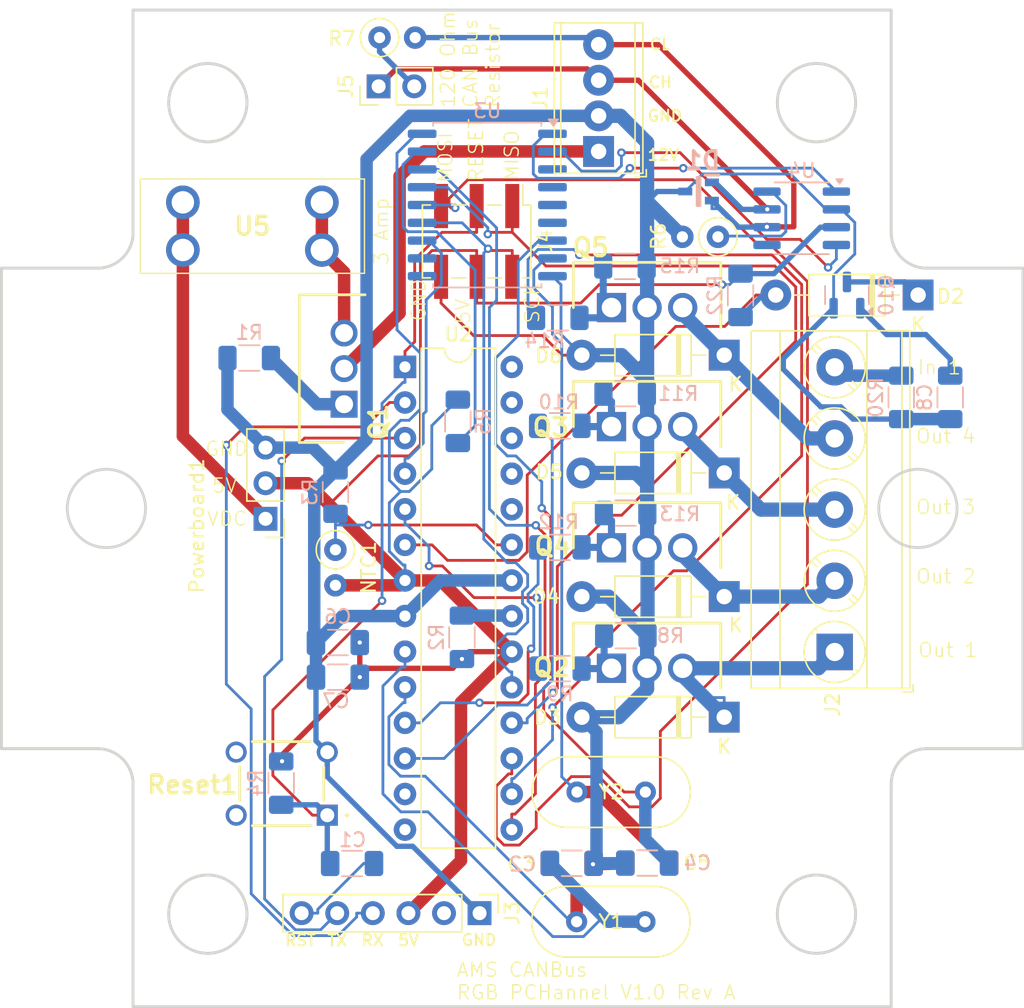
<source format=kicad_pcb>
(kicad_pcb (version 20240108) (generator "pcbnew") (generator_version "8.0")
  (layers (0 "F.Cu" signal) (31 "B.Cu" signal) (34 "B.Paste" user) (35 "F.Paste" user) (36 "B.SilkS" user "B.Silkscreen") (37 "F.SilkS" user "F.Silkscreen") (38 "B.Mask" user) (39 "F.Mask" user) (44 "Edge.Cuts" user))
  (net 0 "")
  (net 1 "GND")
  (net 2 "/BareMinAtmel328P/RESET")
  (net 3 "+5V")
  (net 4 "CANBUS_L")
  (net 5 "CANBUS_H")
  (net 6 "/BareMinAtmel328P/PB5-D13-SCK")
  (net 7 "/BareMinAtmel328P/PB3-D11-MOSI")
  (net 8 "/BareMinAtmel328P/PB4-D12-MISO")
  (net 9 "/BareMinAtmel328P/PD0-RX")
  (net 10 "/BareMinAtmel328P/PD1-TX")
  (net 11 "+VDC")
  (net 12 "/BareMinAtmel328P/PC2-A2")
  (net 13 "/BareMinAtmel328P/PD4-D4")
  (net 14 "/BareMinAtmel328P/PB0-D8")
  (net 15 "/BareMinAtmel328P/PC4-A4-SDA")
  (net 16 "/BareMinAtmel328P/PD7-D7")
  (net 17 "/BareMinAtmel328P/PD6-D6")
  (net 18 "/BareMinAtmel328P/PC1-A1")
  (net 19 "/BareMinAtmel328P/PB2-D10-SS")
  (net 20 "/BareMinAtmel328P/PC5-A5-SCL")
  (net 21 "/BareMinAtmel328P/PD3-D3")
  (net 22 "/BareMinAtmel328P/PD5-D5")
  (net 23 "/BareMinAtmel328P/PC3-A3")
  (net 24 "/BareMinAtmel328P/PC0-A0")
  (net 25 "Net-(Q1-Pad1)")
  (net 26 "Net-(Q1-Pad3)")
  (net 27 "/BareMinAtmel328P/AREF")
  (net 30 "/BareMinAtmel328P/PB1-D9")
  (net 31 "/BareMinAtmel328P/PD2-D2")
  (net 32 "/CANBUS-MCP2515/RXtoCANTC")
  (net 33 "/CANBUS-MCP2515/TXtoCANTC")
  (net 34 "Net-(J3-Pin_6)")
  (net 35 "Net-(U2-XTAL1{slash}PB6)")
  (net 36 "Net-(U2-XTAL2{slash}PB7)")
  (net 37 "Net-(U3-OSC2)")
  (net 38 "Net-(U3-OSC1)")
  (net 39 "Net-(J1-Pin_1)")
  (net 41 "Net-(J5-Pin_2)")
  (net 42 "Net-(U3-~{RESET})")
  (net 43 "Net-(U4-Rs)")
  (net 51 "/OutputGNDPChannel/OUT1")
  (net 52 "/OutputGNDPChannel/OUT2")
  (net 53 "Net-(Q3-Pad1)")
  (net 54 "Net-(Q5-Pad1)")
  (net 55 "/OutputGNDPChannel/OUT3")
  (net 56 "/OutputGNDPChannel/OUT4")
  (net 57 "Net-(Q2-Pad1)")
  (net 58 "Net-(Q4-Pad1)")
  (net 59 "Net-(J2-Pin_5)")
  (net 60 "Net-(D2-K)")
  (footprint "Capacitor_SMD:C_1206_3216Metric_Pad1.33x1.80mm_HandSolder" (layer "F.Cu") (at 152.8232 117.1908)
    (property "Reference" "C3")
    (property "Value" "22pf")
  )
  (footprint "SamacSys_Parts:TO254P465X1024X2050-3P" (layer "F.Cu") (at 155.6675 86.0193)
    (property "Reference" "Q3")
    (property "Value" "IRF510" (hide yes))
  )
  (footprint "SamacSys_Parts:TO254P465X1024X2050-3P" (layer "F.Cu") (at 155.6675 77.5263)
    (property "Reference" "Q5")
    (property "Value" "IRF510" (hide yes))
  )
  (footprint "Resistor_THT:R_Axial_DIN0207_L6.3mm_D2.5mm_P2.54mm_Vertical" (layer "F.Cu") (at 139.1161 58.2607)
    (property "Reference" "R7")
    (property "Value" "120")
  )
  (footprint "Diode_THT:D_DO-41_SOD81_P10.16mm_Horizontal" (layer "F.Cu") (at 177.5495 76.6345 180)
    (property "Reference" "D2")
    (property "Value" "1N4007")
  )
  (footprint "TerminalBlock_Phoenix:TerminalBlock_Phoenix_MPT-0,5-4-2.54_1x04_P2.54mm_Horizontal" (layer "F.Cu") (at 154.748 66.3848 90)
    (property "Reference" "J1")
    (property "Value" "Power_And_CAN")
  )
  (footprint "TerminalBlock_Phoenix:TerminalBlock_Phoenix_MKDS-3-5-5.08_1x05_P5.08mm_Horizontal" (layer "F.Cu") (at 171.5946 102.1056 90)
    (property "Reference" "J2")
    (property "Value" "Screw_Terminal_01x05")
  )
  (footprint "Resistor_THT:R_Axial_DIN0207_L6.3mm_D2.5mm_P2.54mm_Vertical" (layer "F.Cu") (at 135.9656 94.8095 -90)
    (property "Reference" "NTC1")
    (property "Value" "10k")
  )
  (footprint "Diode_THT:D_DO-41_SOD81_P10.16mm_Horizontal" (layer "F.Cu") (at 163.7122 80.9261 180)
    (property "Reference" "D6")
    (property "Value" "1N4007")
  )
  (footprint "Diode_THT:D_DO-41_SOD81_P10.16mm_Horizontal" (layer "F.Cu") (at 163.7122 106.7591 180)
    (property "Reference" "D3")
    (property "Value" "1N4007")
  )
  (footprint "Connector_PinHeader_2.54mm:PinHeader_1x06_P2.54mm_Vertical" (layer "F.Cu") (at 146.2546 120.7442 -90)
    (property "Reference" "J3")
    (property "Value" "TTL_Programmer")
  )
  (footprint "SamacSys_Parts:3568" (layer "F.Cu") (at 134.9995 70.018 180)
    (property "Reference" "U5")
    (property "Value" "3568" (hide yes))
  )
  (footprint "Diode_THT:D_DO-41_SOD81_P10.16mm_Horizontal" (layer "F.Cu") (at 163.7122 89.328 180)
    (property "Reference" "D5")
    (property "Value" "1N4007")
  )
  (footprint "Resistor_THT:R_Axial_DIN0207_L6.3mm_D2.5mm_P2.54mm_Vertical" (layer "F.Cu") (at 163.2652 72.4795 180)
    (property "Reference" "R6")
    (property "Value" "17k")
  )
  (footprint "Connector_PinHeader_2.54mm:PinHeader_1x03_P2.54mm_Vertical" (layer "F.Cu") (at 130.9763 92.6026 180)
    (property "Reference" "Powerboard1")
    (property "Value" "Conn_01x03" (hide yes))
  )
  (footprint "Connector_PinHeader_2.54mm:PinHeader_2x03_P2.54mm_Vertical_SMD" (layer "F.Cu") (at 146.0451 72.807 -90)
    (property "Reference" "J4")
    (property "Value" "ICSP")
  )
  (footprint "Package_DIP:DIP-28_W7.62mm" (layer "F.Cu") (at 140.9295 81.7618)
    (property "Reference" "U2")
    (property "Value" "ATmega328P-P")
  )
  (footprint "Connector_PinHeader_2.54mm:PinHeader_1x02_P2.54mm_Vertical" (layer "F.Cu") (at 139.0496 61.7385 90)
    (property "Reference" "J5")
    (property "Value" "Conn_01x02")
  )
  (footprint "SamacSys_Parts:TO254P469X1042X1967-3P" (layer "F.Cu") (at 136.586 84.4236 90)
    (property "Reference" "Q1")
    (property "Value" "IRF9Z34NPBF" (hide yes))
  )
  (footprint "Crystal:Crystal_HC49-U_Vertical" (layer "F.Cu") (at 153.2034 112.0996)
    (property "Reference" "Y2")
    (property "Value" "16MHz")
  )
  (footprint "Diode_THT:D_DO-41_SOD81_P10.16mm_Horizontal" (layer "F.Cu") (at 163.7122 98.1551 180)
    (property "Reference" "D4")
    (property "Value" "1N4007")
  )
  (footprint "SamacSys_Parts:TS0266160BK260LCRD" (layer "F.Cu") (at 135.3853 113.7525 180)
    (property "Reference" "Reset1")
    (property "Value" "TS02-66-160-BK-260-LCR-D" (hide yes))
  )
  (footprint "Capacitor_SMD:C_1206_3216Metric_Pad1.33x1.80mm_HandSolder" (layer "F.Cu") (at 158.2232 117.1785 180)
    (property "Reference" "C5")
    (property "Value" "22pf")
  )
  (footprint "Crystal:Crystal_HC49-U_Vertical" (layer "F.Cu") (at 153.1785 121.354)
    (property "Reference" "Y1")
    (property "Value" "16MHz")
  )
  (footprint "SamacSys_Parts:TO254P465X1024X2050-3P" (layer "F.Cu") (at 155.6675 103.267)
    (property "Reference" "Q2")
    (property "Value" "IRF510" (hide yes))
  )
  (footprint "SamacSys_Parts:TO254P465X1024X2050-3P" (layer "F.Cu") (at 155.6675 94.6735)
    (property "Reference" "Q4")
    (property "Value" "IRF510" (hide yes))
  )
  (footprint "Resistor_SMD:R_1206_3216Metric_Pad1.30x1.75mm_HandSolder" (layer "B.Cu") (at 176.3442 83.9365 -90)
    (property "Reference" "R20")
    (property "Value" "1M")
  )
  (footprint "Resistor_SMD:R_1206_3216Metric_Pad1.30x1.75mm_HandSolder" (layer "B.Cu") (at 151.982 94.6412)
    (property "Reference" "R12")
    (property "Value" "1M")
  )
  (footprint "Resistor_SMD:R_1206_3216Metric_Pad1.30x1.75mm_HandSolder" (layer "B.Cu") (at 151.8361 78.257)
    (property "Reference" "R14")
    (property "Value" "1M")
  )
  (footprint "Capacitor_SMD:C_1206_3216Metric_Pad1.33x1.80mm_HandSolder" (layer "B.Cu") (at 152.8357 117.1843)
    (property "Reference" "C2")
    (property "Value" "22pf")
  )
  (footprint "Package_SO:SOIC-8_3.9x4.9mm_P1.27mm" (layer "B.Cu") (at 169.2411 71.1552 180)
    (property "Reference" "U4")
    (property "Value" "MCP2551-I-SN")
  )
  (footprint "Resistor_SMD:R_1206_3216Metric_Pad1.30x1.75mm_HandSolder" (layer "B.Cu") (at 129.8143 81.1293 180)
    (property "Reference" "R1")
    (property "Value" "10k")
  )
  (footprint "Resistor_SMD:R_1206_3216Metric_Pad1.30x1.75mm_HandSolder" (layer "B.Cu") (at 132.0964 111.4623 -90)
    (property "Reference" "R4")
    (property "Value" "10k")
  )
  (footprint "Capacitor_SMD:C_1206_3216Metric_Pad1.33x1.80mm_HandSolder" (layer "B.Cu") (at 158.2132 117.1594 180)
    (property "Reference" "C4")
    (property "Value" "22pf")
  )
  (footprint "Package_SO:SOIC-18W_7.5x11.6mm_P1.27mm" (layer "B.Cu") (at 146.8051 70.207 180)
    (property "Reference" "U3")
    (property "Value" "MCP2515-xSO")
  )
  (footprint "Resistor_SMD:R_1206_3216Metric_Pad1.30x1.75mm_HandSolder" (layer "B.Cu") (at 144.703 85.6468 90)
    (property "Reference" "R5")
    (property "Value" "10k")
  )
  (footprint "Resistor_SMD:R_1206_3216Metric_Pad1.30x1.75mm_HandSolder" (layer "B.Cu") (at 135.973 90.6987 -90)
    (property "Reference" "R3")
    (property "Value" "10k")
  )
  (footprint "Resistor_SMD:R_1206_3216Metric_Pad1.30x1.75mm_HandSolder" (layer "B.Cu") (at 156.6284 74.5886)
    (property "Reference" "R15")
    (property "Value" "1M")
  )
  (footprint "Capacitor_SMD:C_1206_3216Metric_Pad1.33x1.80mm_HandSolder" (layer "B.Cu") (at 137.1546 117.1997 180)
    (property "Reference" "C1")
    (property "Value" "100nf")
  )
  (footprint "Resistor_SMD:R_1206_3216Metric_Pad1.30x1.75mm_HandSolder" (layer "B.Cu") (at 164.8778 76.6569 -90)
    (property "Reference" "R22")
    (property "Value" "22k")
  )
  (footprint "Resistor_SMD:R_1206_3216Metric_Pad1.30x1.75mm_HandSolder" (layer "B.Cu") (at 144.9956 101.059 -90)
    (property "Reference" "R2")
    (property "Value" "4.7k")
  )
  (footprint "Resistor_SMD:R_1206_3216Metric_Pad1.30x1.75mm_HandSolder" (layer "B.Cu") (at 151.9856 103.2909)
    (property "Reference" "R9")
    (property "Value" "1M")
  )
  (footprint "Resistor_SMD:R_1206_3216Metric_Pad1.30x1.75mm_HandSolder" (layer "B.Cu") (at 156.6906 100.9384)
    (property "Reference" "R8")
    (property "Value" "1M")
  )
  (footprint "Resistor_SMD:R_1206_3216Metric_Pad1.30x1.75mm_HandSolder" (layer "B.Cu") (at 156.6744 92.1877)
    (property "Reference" "R13")
    (property "Value" "1M")
  )
  (footprint "Resistor_SMD:R_1206_3216Metric_Pad1.30x1.75mm_HandSolder" (layer "B.Cu") (at 151.9759 85.9679)
    (property "Reference" "R10")
    (property "Value" "1M")
  )
  (footprint "Resistor_SMD:R_1206_3216Metric_Pad1.30x1.75mm_HandSolder" (layer "B.Cu") (at 156.6439 83.6657)
    (property "Reference" "R11")
    (property "Value" "1M")
  )
  (footprint "Resistor_SMD:R_1206_3216Metric_Pad1.30x1.75mm_HandSolder" (layer "B.Cu") (at 179.8394 83.9365 -90)
    (property "Reference" "C8")
    (property "Value" "22nF")
  )
  (footprint "Package_TO_SOT_SMD:SOT-23" (layer "B.Cu") (at 172.4695 76.6345 90)
    (property "Reference" "Q10")
    (property "Value" "2N7002")
  )
  (footprint "Capacitor_SMD:C_1206_3216Metric_Pad1.33x1.80mm_HandSolder" (layer "B.Cu") (at 136.143 103.9017 180)
    (property "Reference" "C7")
    (property "Value" "100nf")
  )
  (footprint "SamacSys_Parts:SOT65P210X110-3N" (layer "B.Cu") (at 161.8819 69.2441 180)
    (property "Reference" "D1")
    (property "Value" "PESD5V0L2UU,115" (hide yes))
  )
  (footprint "Capacitor_SMD:C_1206_3216Metric_Pad1.33x1.80mm_HandSolder" (layer "B.Cu") (at 136.1393 101.4318 180)
    (property "Reference" "C6")
    (property "Value" "100nf")
  )
  (gr_line (start 121.5273 56.300729) (end 121.5273 72.175733) (stroke (width 0.2)) (layer "Edge.Cuts"))
  (gr_curve (pts (xy 175.629317 111.545738) (xy 175.629317 110.142934) (xy 176.766514 109.005738) (xy 178.169317 109.005738)) (stroke (width 0.2)) (layer "Edge.Cuts"))
  (gr_line (start 121.5273 56.300729) (end 121.5273 72.175733) (stroke (width 0.2)) (layer "Edge.Cuts"))
  (gr_curve (pts (xy 118.9873 109.005738) (xy 120.390104 109.005738) (xy 121.5273 110.142934) (xy 121.5273 111.545738)) (stroke (width 0.2)) (layer "Edge.Cuts"))
  (gr_circle (center 170.295309 62.904725) (end 173.089309 62.904725) (stroke (width 0.2)) (fill none) (layer "Edge.Cuts"))
  (gr_line (start 175.629317 127.420721) (end 175.629317 111.545738) (stroke (width 0.2)) (layer "Edge.Cuts"))
  (gr_line (start 178.169317 109.005738) (end 185.0273 109.005738) (stroke (width 0.2)) (layer "Edge.Cuts"))
  (gr_line (start 175.629317 127.420721) (end 175.629317 111.545738) (stroke (width 0.2)) (layer "Edge.Cuts"))
  (gr_line (start 185.0273 74.715733) (end 178.169317 74.715733) (stroke (width 0.2)) (layer "Edge.Cuts"))
  (gr_line (start 121.5273 111.545738) (end 121.5273 127.420721) (stroke (width 0.2)) (layer "Edge.Cuts"))
  (gr_curve (pts (xy 121.5273 72.175733) (xy 121.5273 73.578537) (xy 120.390104 74.715733) (xy 118.9873 74.715733)) (stroke (width 0.2)) (layer "Edge.Cuts"))
  (gr_line (start 121.5273 111.545738) (end 121.5273 127.420721) (stroke (width 0.2)) (layer "Edge.Cuts"))
  (gr_line (start 121.5273 127.420721) (end 175.629317 127.420721) (stroke (width 0.2)) (layer "Edge.Cuts"))
  (gr_line (start 112.129317 74.715733) (end 112.129317 109.005738) (stroke (width 0.2)) (layer "Edge.Cuts"))
  (gr_circle (center 126.861309 120.816725) (end 129.655309 120.816725) (stroke (width 0.2)) (fill none) (layer "Edge.Cuts"))
  (gr_circle (center 126.861309 62.904725) (end 129.655309 62.904725) (stroke (width 0.2)) (fill none) (layer "Edge.Cuts"))
  (gr_line (start 121.5273 127.420721) (end 175.629317 127.420721) (stroke (width 0.2)) (layer "Edge.Cuts"))
  (gr_line (start 175.629317 72.175733) (end 175.629317 56.300729) (stroke (width 0.2)) (layer "Edge.Cuts"))
  (gr_line (start 118.9873 74.715733) (end 112.129317 74.715733) (stroke (width 0.2)) (layer "Edge.Cuts"))
  (gr_circle (center 170.295309 62.904725) (end 173.089309 62.904725) (stroke (width 0.2)) (fill none) (layer "Edge.Cuts"))
  (gr_line (start 112.129317 109.005738) (end 118.9873 109.005738) (stroke (width 0.2)) (layer "Edge.Cuts"))
  (gr_curve (pts (xy 175.629317 111.545738) (xy 175.629317 110.142934) (xy 176.766514 109.005738) (xy 178.169317 109.005738)) (stroke (width 0.2)) (layer "Edge.Cuts"))
  (gr_circle (center 170.295309 120.816725) (end 173.089309 120.816725) (stroke (width 0.2)) (fill none) (layer "Edge.Cuts"))
  (gr_circle (center 170.295309 120.816725) (end 173.089309 120.816725) (stroke (width 0.2)) (fill none) (layer "Edge.Cuts"))
  (gr_curve (pts (xy 118.9873 109.005738) (xy 120.390104 109.005738) (xy 121.5273 110.142934) (xy 121.5273 111.545738)) (stroke (width 0.2)) (layer "Edge.Cuts"))
  (gr_line (start 175.629317 56.300729) (end 121.5273 56.300729) (stroke (width 0.2)) (layer "Edge.Cuts"))
  (gr_line (start 178.169317 109.005738) (end 185.0273 109.005738) (stroke (width 0.2)) (layer "Edge.Cuts"))
  (gr_curve (pts (xy 178.169317 74.715733) (xy 176.766514 74.715733) (xy 175.629317 73.578537) (xy 175.629317 72.175733)) (stroke (width 0.2)) (layer "Edge.Cuts"))
  (gr_line (start 185.0273 74.715733) (end 178.169317 74.715733) (stroke (width 0.2)) (layer "Edge.Cuts"))
  (gr_curve (pts (xy 121.5273 72.175733) (xy 121.5273 73.578537) (xy 120.390104 74.715733) (xy 118.9873 74.715733)) (stroke (width 0.2)) (layer "Edge.Cuts"))
  (gr_circle (center 119.622309 91.860725) (end 122.416309 91.860725) (stroke (width 0.2)) (fill none) (layer "Edge.Cuts"))
  (gr_circle (center 177.534309 91.860725) (end 180.328309 91.860725) (stroke (width 0.2)) (fill none) (layer "Edge.Cuts"))
  (gr_circle (center 126.861309 62.904725) (end 129.655309 62.904725) (stroke (width 0.2)) (fill none) (layer "Edge.Cuts"))
  (gr_line (start 185.0273 109.005738) (end 185.0273 74.715733) (stroke (width 0.2)) (layer "Edge.Cuts"))
  (gr_line (start 112.129317 74.715733) (end 112.129317 109.005738) (stroke (width 0.2)) (layer "Edge.Cuts"))
  (gr_line (start 175.629317 56.300729) (end 121.5273 56.300729) (stroke (width 0.2)) (layer "Edge.Cuts"))
  (gr_line (start 185.0273 109.005738) (end 185.0273 74.715733) (stroke (width 0.2)) (layer "Edge.Cuts"))
  (gr_line (start 112.129317 109.005738) (end 118.9873 109.005738) (stroke (width 0.2)) (layer "Edge.Cuts"))
  (gr_line (start 118.9873 74.715733) (end 112.129317 74.715733) (stroke (width 0.2)) (layer "Edge.Cuts"))
  (gr_circle (center 126.861309 120.816725) (end 129.655309 120.816725) (stroke (width 0.2)) (fill none) (layer "Edge.Cuts"))
  (gr_curve (pts (xy 178.169317 74.715733) (xy 176.766514 74.715733) (xy 175.629317 73.578537) (xy 175.629317 72.175733)) (stroke (width 0.2)) (layer "Edge.Cuts"))
  (gr_line (start 175.629317 72.175733) (end 175.629317 56.300729) (stroke (width 0.2)) (layer "Edge.Cuts"))
  (gr_text "GND" (at 142.490484 78.577179 90) (layer "F.SilkS") (effects (font (size 1 1) (thickness 0.1)) (justify left bottom)))
  (gr_text "120 Ohm \nCAN Bus \nResistor" (at 147.795716 63.344447 90) (layer "F.SilkS") (effects (font (size 1 1) (thickness 0.1)) (justify left bottom)))
  (gr_text "Out 2" (at 177.341421 97.295976 0) (layer "F.SilkS") (effects (font (size 1 1) (thickness 0.1)) (justify left bottom)))
  (gr_text "Out 1" (at 177.492293 102.551375 0) (layer "F.SilkS") (effects (font (size 1 1) (thickness 0.1)) (justify left bottom)))
  (gr_text "CH" (at 158.238874 61.920088 0) (layer "F.SilkS") (effects (font (size 0.8 0.8) (thickness 0.15) (bold yes)) (justify left bottom)))
  (gr_text "Out 3" (at 177.331994 92.342325 0) (layer "F.SilkS") (effects (font (size 1 1) (thickness 0.1)) (justify left bottom)))
  (gr_text "CL" (at 158.318615 59.208883 0) (layer "F.SilkS") (effects (font (size 0.8 0.8) (thickness 0.15) (bold yes)) (justify left bottom)))
  (gr_text "SCK" (at 150.595068 78.714346 90) (layer "F.SilkS") (effects (font (size 1 1) (thickness 0.1)) (justify left bottom)))
  (gr_text "GND" (at 144.902849 123.130049 0) (layer "F.SilkS") (effects (font (size 0.8 0.8) (thickness 0.15) (bold yes)) (justify left bottom)))
  (gr_text "RST" (at 132.279025 123.156799 0) (layer "F.SilkS") (effects (font (size 0.8 0.8) (thickness 0.15) (bold yes)) (justify left bottom)))
  (gr_text "5V" (at 140.358383 123.156799 0) (layer "F.SilkS") (effects (font (size 0.8 0.8) (thickness 0.15) (bold yes)) (justify left bottom)))
  (gr_text "In 1" (at 177.452133 82.380536 0) (layer "F.SilkS") (effects (font (size 1 1) (thickness 0.1)) (justify left bottom)))
  (gr_text "MOSI" (at 144.39639 68.697574 90) (layer "F.SilkS") (effects (font (size 1 1) (thickness 0.1)) (justify left bottom)))
  (gr_text "GND" (at 158.159133 64.312328 0) (layer "F.SilkS") (effects (font (size 0.8 0.8) (thickness 0.15) (bold yes)) (justify left bottom)))
  (gr_text "RX" (at 137.744473 123.144293 0) (layer "F.SilkS") (effects (font (size 0.8 0.8) (thickness 0.15) (bold yes)) (justify left bottom)))
  (gr_text "GND" (at 126.612709 88.188441 0) (layer "F.SilkS") (effects (font (size 1 1) (thickness 0.1)) (justify left bottom)))
  (gr_text "TX" (at 135.318165 123.169306 0) (layer "F.SilkS") (effects (font (size 0.8 0.8) (thickness 0.15) (bold yes)) (justify left bottom)))
  (gr_text "12V" (at 158.159133 67.103275 0) (layer "F.SilkS") (effects (font (size 0.8 0.8) (thickness 0.15) (bold yes)) (justify left bottom)))
  (gr_text "AMS CANBus\nRGB PCHannel V1.0 Rev A" (at 144.555764 126.978676 0) (layer "F.SilkS") (effects (font (size 1 1) (thickness 0.1)) (justify left bottom)))
  (gr_text "5V" (at 127.091727 90.818777 0) (layer "F.SilkS") (effects (font (size 1 1) (thickness 0.1)) (justify left bottom)))
  (gr_text "3 Amp" (at 139.829903 74.55505 90) (layer "F.SilkS") (effects (font (size 1 1) (thickness 0.1)) (justify left bottom)))
  (gr_text "Out 4\n" (at 177.331994 87.28809 0) (layer "F.SilkS") (effects (font (size 1 1) (thickness 0.1)) (justify left bottom)))
  (gr_text "VDC" (at 126.730054 93.184004 0) (layer "F.SilkS") (effects (font (size 1 1) (thickness 0.1)) (justify left bottom)))
  (gr_text "MISO" (at 149.134678 68.555049 90) (layer "F.SilkS") (effects (font (size 1 1) (thickness 0.1)) (justify left bottom)))
  (gr_text "RESET" (at 146.592921 68.609515 90) (layer "F.SilkS") (effects (font (size 1 1) (thickness 0.1)) (justify left bottom)))
  (gr_text "5V" (at 145.665874 78.768812 90) (layer "F.SilkS") (effects (font (size 1 1) (thickness 0.1)) (justify left bottom)))
  (segment (start 150.7488 79.5244) (end 145.8208 79.5244) (width 0.2) (layer "F.Cu") (net 1))
  (segment (start 153.5522 80.9261) (end 152.1505 80.9261) (width 0.2) (layer "F.Cu") (net 1))
  (segment (start 154.348 117.251) (end 156.648 117.191) (width 0.889) (layer "F.Cu") (net 1))
  (segment (start 152.1505 80.9261) (end 150.7488 79.5244) (width 0.2) (layer "F.Cu") (net 1))
  (segment (start 145.8208 79.5244) (end 143.5051 77.2087) (width 0.2) (layer "F.Cu") (net 1))
  (segment (start 143.5051 75.332) (end 143.5051 77.2087) (width 0.2) (layer "F.Cu") (net 1))
  (via (at 154.348 117.251) (size 0.6) (drill 0.3) (layers "F.Cu" "B.Cu") (net 1))
  (segment (start 167.929 81.9309) (end 167.929 81.1625) (width 0.381) (layer "B.Cu") (net 1))
  (segment (start 158.208 104.741) (end 158.208 103.267) (width 1.016) (layer "B.Cu") (net 1))
  (segment (start 136.467 99.5418) (end 134.577 101.432) (width 0.889) (layer "B.Cu") (net 1))
  (segment (start 179.839 85.4865) (end 176.3442 85.4865) (width 0.889) (layer "B.Cu") (net 1))
  (segment (start 156.396 80.9261) (end 158.208 82.7378) (width 1.016) (layer "B.Cu") (net 1))
  (segment (start 158.208 86.0193) (end 158.208 83.6516) (width 1.016) (layer "B.Cu") (net 1))
  (segment (start 135.385 110.129) (end 135.385 109.252) (width 0.381) (layer "B.Cu") (net 1))
  (segment (start 160.9319 69.2441) (end 158.925 69.2441) (width 0.381) (layer "B.Cu") (net 1))
  (segment (start 158.208 69.9618) (end 158.208 69.6976) (width 1.016) (layer "B.Cu") (net 1))
  (segment (start 158.208 77.5263) (end 158.208 74.5886) (width 1.016) (layer "B.Cu") (net 1))
  (segment (start 135.385 111.006) (end 135.385 110.129) (width 0.381) (layer "B.Cu") (net 1))
  (segment (start 140.93 99.5418) (end 143.47 97.0018) (width 0.889) (layer "B.Cu") (net 1))
  (segment (start 158.208 103.267) (end 158.208 100.971) (width 1.016) (layer "B.Cu") (net 1))
  (segment (start 153.5522 98.1551) (end 155.457 98.1551) (width 1.016) (layer "B.Cu") (net 1))
  (segment (start 146.2549 120.7439) (end 141.483 115.972) (width 0.381) (layer "B.Cu") (net 1))
  (segment (start 128.264 84.8106) (end 130.976 87.5226) (width 0.889) (layer "B.Cu") (net 1))
  (segment (start 158.208 83.6516) (end 158.208 82.7378) (width 1.016) (layer "B.Cu") (net 1))
  (segment (start 154.398 117.184) (end 156.626 117.184) (width 0.889) (layer "B.Cu") (net 1))
  (segment (start 152.0638 79.4378) (end 152.0638 75.8957) (width 0.2) (layer "B.Cu") (net 1))
  (segment (start 158.208 74.5886) (end 158.208 69.9618) (width 1.016) (layer "B.Cu") (net 1))
  (segment (start 128.264 81.1293) (end 128.264 84.8106) (width 0.889) (layer "B.Cu") (net 1))
  (segment (start 162.1802 67.9959) (end 168.4492 67.9959) (width 0.2) (layer "B.Cu") (net 1))
  (segment (start 158.208 94.6735) (end 158.208 92.1877) (width 1.016) (layer "B.Cu") (net 1))
  (segment (start 160.725 72.4795) (end 158.208 69.9618) (width 1.016) (layer "B.Cu") (net 1))
  (segment (start 156.19 106.759) (end 158.208 104.741) (width 1.016) (layer "B.Cu") (net 1))
  (segment (start 152.0638 75.8957) (end 151.4551 75.287) (width 0.2) (layer "B.Cu") (net 1))
  (segment (start 135.973 89.1487) (end 138.19 86.9312) (width 0.889) (layer "B.Cu") (net 1))
  (segment (start 153.5522 89.328) (end 157.41 89.328) (width 1.016) (layer "B.Cu") (net 1))
  (segment (start 134.347 87.5226) (end 135.973 89.1487) (width 0.889) (layer "B.Cu") (net 1))
  (segment (start 154.598 107.805) (end 154.598 116.985) (width 0.889) (layer "B.Cu") (net 1))
  (segment (start 172.905 85.4865) (end 172.031 84.6131) (width 0.381) (layer "B.Cu") (net 1))
  (segment (start 153.552 106.759) (end 156.19 106.759) (width 1.016) (layer "B.Cu") (net 1))
  (segment (start 158.241 100.938) (end 158.241 94.7066) (width 1.016) (layer "B.Cu") (net 1))
  (segment (start 158.208 65.7487) (end 156.304 63.8448) (width 1.016) (layer "B.Cu") (net 1))
  (segment (start 156.304 63.8448) (end 154.748 63.8448) (width 1.016) (layer "B.Cu") (net 1))
  (segment (start 135.385 110.129) (end 135.3853 110.1287) (width 0.2) (layer "B.Cu") (net 1))
  (segment (start 140.9295 99.5418) (end 136.467 99.5418) (width 0.889) (layer "B.Cu") (net 1))
  (segment (start 158.208 82.7378) (end 158.208 77.5263) (width 1.016) (layer "B.Cu") (net 1))
  (segment (start 141.483 115.972) (end 140.351 115.972) (width 0.381) (layer "B.Cu") (net 1))
  (segment (start 171.5195 77.572) (end 171.5195 75.213) (width 0.2) (layer "B.Cu") (net 1))
  (segment (start 171.5195 75.213) (end 173.0289 73.7036) (width 0.2) (layer "B.Cu") (net 1))
  (segment (start 167.929 81.1625) (end 171.519 77.572) (width 0.381) (layer "B.Cu") (net 1))
  (segment (start 138.19 66.9389) (end 141.285 63.8448) (width 0.889) (layer "B.Cu") (net 1))
  (segment (start 170.611 84.6131) (end 167.929 81.9309) (width 0.381) (layer "B.Cu") (net 1))
  (segment (start 168.4492 67.9959) (end 170.9735 70.5202) (width 0.2) (layer "B.Cu") (net 1))
  (segment (start 176.344 85.4865) (end 172.905 85.4865) (width 0.381) (layer "B.Cu") (net 1))
  (segment (start 158.208 92.1877) (end 158.208 90.1253) (width 1.016) (layer "B.Cu") (net 1))
  (segment (start 143.47 97.0018) (end 148.5495 97.0018) (width 0.889) (layer "B.Cu") (net 1))
  (segment (start 173.0289 71.4545) (end 172.0946 70.5202) (width 0.2) (layer "B.Cu") (net 1))
  (segment (start 153.5522 80.9261) (end 156.396 80.9261) (width 1.016) (layer "B.Cu") (net 1))
  (segment (start 158.208 69.6976) (end 158.208 65.7487) (width 1.016) (layer "B.Cu") (net 1))
  (segment (start 158.925 69.2441) (end 158.208 69.9618) (width 0.381) (layer "B.Cu") (net 1))
  (segment (start 130.9763 87.5226) (end 134.347 87.5226) (width 0.889) (layer "B.Cu") (net 1))
  (segment (start 140.351 115.972) (end 135.385 111.006) (width 0.381) (layer "B.Cu") (net 1))
  (segment (start 134.58 103.9017) (end 134.58 101.436) (width 0.889) (layer "B.Cu") (net 1))
  (segment (start 134.454 101.308) (end 134.454 90.6682) (width 0.889) (layer "B.Cu") (net 1))
  (segment (start 135.3853 110.1287) (end 135.3853 109.2525) (width 0.2) (layer "B.Cu") (net 1))
  (segment (start 135.385 109.252) (end 134.58 108.448) (width 0.381) (layer "B.Cu") (net 1))
  (segment (start 134.454 90.6682) (end 135.973 89.1487) (width 0.889) (layer "B.Cu") (net 1))
  (segment (start 155.457 98.1551) (end 158.241 100.938) (width 1.016) (layer "B.Cu") (net 1))
  (segment (start 173.0289 73.7036) (end 173.0289 71.4545) (width 0.2) (layer "B.Cu") (net 1))
  (segment (start 160.932 69.2441) (end 162.1802 67.9959) (width 0.2) (layer "B.Cu") (net 1))
  (segment (start 153.5521 80.9261) (end 152.0638 79.4378) (width 0.2) (layer "B.Cu") (net 1))
  (segment (start 158.208 90.1253) (end 158.208 86.0193) (width 1.016) (layer "B.Cu") (net 1))
  (segment (start 153.5522 106.7592) (end 154.598 107.805) (width 0.889) (layer "B.Cu") (net 1))
  (segment (start 134.58 108.448) (end 134.58 103.902) (width 0.381) (layer "B.Cu") (net 1))
  (segment (start 157.41 89.328) (end 158.208 90.1253) (width 1.016) (layer "B.Cu") (net 1))
  (segment (start 172.031 84.6131) (end 170.611 84.6131) (width 0.381) (layer "B.Cu") (net 1))
  (segment (start 138.19 86.9312) (end 138.19 66.9389) (width 0.889) (layer "B.Cu") (net 1))
  (segment (start 141.285 63.8448) (end 154.748 63.8448) (width 0.889) (layer "B.Cu") (net 1))
  (segment (start 141.6219 74.108) (end 141.6219 79.9677) (width 0.2) (layer "F.Cu") (net 2))
  (segment (start 131.5019 106.2425) (end 139.2938 98.4506) (width 0.2) (layer "F.Cu") (net 2))
  (segment (start 140.9295 81.7618) (end 140.9295 80.6601) (width 0.2) (layer "F.Cu") (net 2))
  (segment (start 131.5019 110.9208) (end 131.5019 106.2425) (width 0.2) (layer "F.Cu") (net 2))
  (segment (start 146.0451 72.1587) (end 143.5712 72.1587) (width 0.2) (layer "F.Cu") (net 2))
  (segment (start 134.3336 113.7525) (end 131.5019 110.9208) (width 0.2) (layer "F.Cu") (net 2))
  (segment (start 135.3853 113.7525) (end 134.3336 113.7525) (width 0.2) (layer "F.Cu") (net 2))
  (segment (start 143.5712 72.1587) (end 141.6219 74.108) (width 0.2) (layer "F.Cu") (net 2))
  (segment (start 141.6219 79.9677) (end 140.9295 80.6601) (width 0.2) (layer "F.Cu") (net 2))
  (segment (start 146.0451 70.282) (end 146.0451 72.1587) (width 0.2) (layer "F.Cu") (net 2))
  (via (at 139.2938 98.4506) (size 0.6) (drill 0.3) (layers "F.Cu" "B.Cu") (net 2))
  (segment (start 134.645 113.012) (end 135.385 113.752) (width 0.381) (layer "B.Cu") (net 2))
  (segment (start 140.9295 82.8635) (end 140.7918 82.8635) (width 0.2) (layer "B.Cu") (net 2))
  (segment (start 135.385 115.3725) (end 135.3853 115.3722) (width 0.2) (layer "B.Cu") (net 2))
  (segment (start 135.3853 115.3722) (end 135.3853 113.7525) (width 0.2) (layer "B.Cu") (net 2))
  (segment (start 139.2938 84.3615) (end 139.2938 98.4506) (width 0.2) (layer "B.Cu") (net 2))
  (segment (start 140.7918 82.8635) (end 139.2938 84.3615) (width 0.2) (layer "B.Cu") (net 2))
  (segment (start 140.9295 81.7618) (end 140.9295 82.8635) (width 0.2) (layer "B.Cu") (net 2))
  (segment (start 135.385 113.752) (end 135.385 115.3725) (width 0.381) (layer "B.Cu") (net 2))
  (segment (start 132.0967 113.012) (end 134.645 113.012) (width 0.381) (layer "B.Cu") (net 2))
  (segment (start 135.385 115.3725) (end 135.385 116.993) (width 0.381) (layer "B.Cu") (net 2))
  (segment (start 146.0451 75.332) (end 146.0451 77.2087) (width 0.2) (layer "F.Cu") (net 3))
  (segment (start 146.0451 77.2087) (end 153.4734 77.2087) (width 0.2) (layer "F.Cu") (net 3))
  (segment (start 142.0312 87.2982) (end 142.0312 74.2871) (width 0.2) (layer "F.Cu") (net 3))
  (segment (start 154.7925 75.8896) (end 163.5589 75.8896) (width 0.2) (layer "F.Cu") (net 3))
  (segment (start 144.332 103.272) (end 138.335 103.272) (width 0.381) (layer "F.Cu") (net 3))
  (segment (start 142.863 73.4553) (end 146.0451 73.4553) (width 0.2) (layer "F.Cu") (net 3))
  (segment (start 138.335 103.272) (end 137.706 103.902) (width 0.381) (layer "F.Cu") (net 3))
  (segment (start 146.0451 75.332) (end 146.0451 73.4553) (width 0.2) (layer "F.Cu") (net 3))
  (segment (start 144.924 105.707) (end 144.924 116.995) (width 0.889) (layer "F.Cu") (net 3))
  (segment (start 140.93 97.0018) (end 143.47 97.0018) (width 0.889) (layer "F.Cu") (net 3))
  (segment (start 135.8034 91.309) (end 139.0006 88.1118) (width 0.2) (layer "F.Cu") (net 3))
  (segment (start 135.2365 91.309) (end 135.8034 91.309) (width 0.2) (layer "F.Cu") (net 3))
  (segment (start 148.5495 102.082) (end 145.523 102.082) (width 0.381) (layer "F.Cu") (net 3))
  (segment (start 153.4734 77.2087) (end 154.7925 75.8896) (width 0.2) (layer "F.Cu") (net 3))
  (segment (start 132.156 109.452) (end 137.706 103.902) (width 0.381) (layer "F.Cu") (net 3))
  (segment (start 139.0006 88.1118) (end 141.2176 88.1118) (width 0.2) (layer "F.Cu") (net 3))
  (segment (start 137.706 101.436) (end 137.702 101.432) (width 0.381) (layer "F.Cu") (net 3))
  (segment (start 142.0312 74.2871) (end 142.863 73.4553) (width 0.2) (layer "F.Cu") (net 3))
  (segment (start 148.55 102.082) (end 144.924 105.707) (width 0.889) (layer "F.Cu") (net 3))
  (segment (start 144.996 102.609) (end 144.332 103.272) (width 0.381) (layer "F.Cu") (net 3))
  (segment (start 140.582 97.3495) (end 140.9297 97.002) (width 0.889) (layer "F.Cu") (net 3))
  (segment (start 135.966 97.3495) (end 140.582 97.3495) (width 0.889) (layer "F.Cu") (net 3))
  (segment (start 143.47 97.0018) (end 148.55 102.082) (width 0.889) (layer "F.Cu") (net 3))
  (segment (start 141.2176 88.1118) (end 142.0312 87.2982) (width 0.2) (layer "F.Cu") (net 3))
  (segment (start 132.156 109.902) (end 132.156 109.452) (width 0.381) (layer "F.Cu") (net 3))
  (segment (start 130.9763 90.0626) (end 133.99 90.0626) (width 0.889) (layer "F.Cu") (net 3))
  (segment (start 145.523 102.082) (end 144.996 102.609) (width 0.381) (layer "F.Cu") (net 3))
  (segment (start 144.924 116.995) (end 141.175 120.744) (width 0.889) (layer "F.Cu") (net 3))
  (segment (start 133.99 90.0626) (end 135.2365 91.309) (width 0.889) (layer "F.Cu") (net 3))
  (segment (start 135.2365 91.309) (end 140.93 97.0018) (width 0.889) (layer "F.Cu") (net 3))
  (segment (start 137.706 103.902) (end 137.706 101.436) (width 0.381) (layer "F.Cu") (net 3))
  (via (at 137.702 101.432) (size 0.6) (drill 0.3) (layers "F.Cu" "B.Cu") (net 3))
  (via (at 144.996 102.609) (size 0.6) (drill 0.3) (layers "F.Cu" "B.Cu") (net 3))
  (via (at 137.706 103.902) (size 0.6) (drill 0.3) (layers "F.Cu" "B.Cu") (net 3))
  (via (at 132.156 109.902) (size 0.6) (drill 0.3) (layers "F.Cu" "B.Cu") (net 3))
  (via (at 163.5589 75.8896) (size 0.6) (drill 0.3) (layers "F.Cu" "B.Cu") (net 3))
  (segment (start 140.6285 85.5718) (end 139.8154 86.3849) (width 0.2) (layer "B.Cu") (net 3))
  (segment (start 142.0312 84.7666) (end 141.226 85.5718) (width 0.2) (layer "B.Cu") (net 3))
  (segment (start 141.7495 65.127) (end 140.3577 66.5188) (width 0.2) (layer "B.Cu") (net 3))
  (segment (start 140.7918 95.9001) (end 139.8127 94.921) (width 0.2) (layer "B.Cu") (net 3))
  (segment (start 140.9295 95.9001) (end 140.7918 95.9001) (width 0.2) (layer "B.Cu") (net 3))
  (segment (start 142.0312 80.79) (end 142.0312 84.7666) (width 0.2) (layer "B.Cu") (net 3))
  (segment (start 164.878 75.1069) (end 167.26 75.1069) (width 0.381) (layer "B.Cu") (net 3))
  (segment (start 141.226 85.5718) (end 140.6285 85.5718) (width 0.2) (layer "B.Cu") (net 3))
  (segment (start 139.8154 86.3849) (end 139.8154 89.8463) (width 0.2) (layer "B.Cu") (net 3))
  (segment (start 140.3577 79.1165) (end 142.0312 80.79) (width 0.2) (layer "B.Cu") (net 3))
  (segment (start 170.576 71.7902) (end 171.716 71.7902) (width 0.381) (layer "B.Cu") (net 3))
  (segment (start 142.8421 85.9577) (end 144.703 84.0968) (width 0.2) (layer "B.Cu") (net 3))
  (segment (start 141.2385 90.6518) (end 142.8421 89.0482) (width 0.2) (layer "B.Cu") (net 3))
  (segment (start 142.8421 89.0482) (end 142.8421 85.9577) (width 0.2) (layer "B.Cu") (net 3))
  (segment (start 167.26 75.1069) (end 170.576 71.7902) (width 0.381) (layer "B.Cu") (net 3))
  (segment (start 140.3577 66.5188) (end 140.3577 79.1165) (width 0.2) (layer "B.Cu") (net 3))
  (segment (start 139.8127 91.46) (end 140.6209 90.6518) (width 0.2) (layer "B.Cu") (net 3))
  (segment (start 139.8154 89.8463) (end 140.6209 90.6518) (width 0.2) (layer "B.Cu") (net 3))
  (segment (start 164.0951 75.8896) (end 164.8778 75.1069) (width 0.2) (layer "B.Cu") (net 3))
  (segment (start 139.8127 94.921) (end 139.8127 91.46) (width 0.2) (layer "B.Cu") (net 3))
  (segment (start 140.6209 90.6518) (end 141.2385 90.6518) (width 0.2) (layer "B.Cu") (net 3))
  (segment (start 163.5589 75.8896) (end 164.0951 75.8896) (width 0.2) (layer "B.Cu") (net 3))
  (segment (start 140.9295 97.0018) (end 140.9295 95.9001) (width 0.2) (layer "B.Cu") (net 3))
  (segment (start 159.006 58.7648) (end 154.748 58.7648) (width 0.381) (layer "F.Cu") (net 4))
  (segment (start 168.657 71.7674) (end 168.679 71.7455) (width 0.381) (layer "F.Cu") (net 4))
  (segment (start 166.757 71.7674) (end 168.657 71.7674) (width 0.381) (layer "F.Cu") (net 4))
  (segment (start 168.679 71.7455) (end 168.679 68.4374) (width 0.381) (layer "F.Cu") (net 4))
  (segment (start 168.679 68.4374) (end 159.006 58.7648) (width 0.381) (layer "F.Cu") (net 4))
  (via (at 166.757 71.7674) (size 0.6) (drill 0.3) (layers "F.Cu" "B.Cu") (net 4))
  (segment (start 163.6747 70.7368) (end 164.728 71.7902) (width 0.381) (layer "B.Cu") (net 4))
  (segment (start 164.728 71.7902) (end 166.757 71.7674) (width 0.381) (layer "B.Cu") (net 4))
  (segment (start 163.6747 70.7368) (end 163.6746 70.7368) (width 0.2) (layer "B.Cu") (net 4))
  (segment (start 162.8319 69.8941) (end 162.8319 70.4708) (width 0.2) (layer "B.Cu") (net 4))
  (segment (start 163.6746 70.7368) (end 163.4086 70.4708) (width 0.2) (layer "B.Cu") (net 4))
  (segment (start 162.832 69.8941) (end 163.6747 70.7368) (width 0.381) (layer "B.Cu") (net 4))
  (segment (start 163.4086 70.4708) (end 162.8319 70.4708) (width 0.2) (layer "B.Cu") (net 4))
  (segment (start 141.6561 58.2607) (end 154.244 58.2607) (width 0.381) (layer "B.Cu") (net 4))
  (segment (start 140.29 60.498) (end 153.941 60.498) (width 0.381) (layer "F.Cu") (net 5))
  (segment (start 166.785 70.514) (end 157.576 61.3048) (width 0.381) (layer "F.Cu") (net 5))
  (segment (start 153.941 60.498) (end 154.748 61.3048) (width 0.381) (layer "F.Cu") (net 5))
  (segment (start 139.05 61.7385) (end 140.29 60.498) (width 0.381) (layer "F.Cu") (net 5))
  (segment (start 157.576 61.3048) (end 154.748 61.3048) (width 0.381) (layer "F.Cu") (net 5))
  (via (at 166.785 70.514) (size 0.6) (drill 0.3) (layers "F.Cu" "B.Cu") (net 5))
  (segment (start 166.766 70.5202) (end 164.983 70.5202) (width 0.381) (layer "B.Cu") (net 5))
  (segment (start 164.983 70.5202) (end 163.057 68.5941) (width 0.381) (layer "B.Cu") (net 5))
  (segment (start 146.9866 73.4553) (end 146.8587 73.3274) (width 0.2) (layer "F.Cu") (net 6))
  (segment (start 148.5851 75.332) (end 148.5851 73.4553) (width 0.2) (layer "F.Cu") (net 6))
  (segment (start 148.5851 73.4553) (end 146.9866 73.4553) (width 0.2) (layer "F.Cu") (net 6))
  (via (at 146.8587 73.3274) (size 0.6) (drill 0.3) (layers "F.Cu" "B.Cu") (net 6))
  (segment (start 149.6851 97.4415) (end 149.6851 96.578) (width 0.2) (layer "B.Cu") (net 6))
  (segment (start 148.4118 103.5201) (end 147.4332 102.5415) (width 0.2) (layer "B.Cu") (net 6))
  (segment (start 145.0083 71.477) (end 146.8587 73.3274) (width 0.2) (layer "B.Cu") (net 6))
  (segment (start 149.3172 97.8094) (end 149.6851 97.4415) (width 0.2) (layer "B.Cu") (net 6))
  (segment (start 147.4332 101.5982) (end 148.2196 100.8118) (width 0.2) (layer "B.Cu") (net 6))
  (segment (start 148.8453 100.8118) (end 149.6851 99.972) (width 0.2) (layer "B.Cu") (net 6))
  (segment (start 146.5543 94.0551) (end 146.5543 73.6318) (width 0.2) (layer "B.Cu") (net 6))
  (segment (start 148.5495 103.5201) (end 148.4118 103.5201) (width 0.2) (layer "B.Cu") (net 6))
  (segment (start 147.4332 102.5415) (end 147.4332 101.5982) (width 0.2) (layer "B.Cu") (net 6))
  (segment (start 149.6851 99.972) (end 149.6851 99.0081) (width 0.2) (layer "B.Cu") (net 6))
  (segment (start 149.3172 98.6402) (end 149.3172 97.8094) (width 0.2) (layer "B.Cu") (net 6))
  (segment (start 148.2196 100.8118) (end 148.8453 100.8118) (width 0.2) (layer "B.Cu") (net 6))
  (segment (start 146.5543 73.6318) (end 146.8587 73.3274) (width 0.2) (layer "B.Cu") (net 6))
  (segment (start 148.231 95.7318) (end 146.5543 94.0551) (width 0.2) (layer "B.Cu") (net 6))
  (segment (start 149.6851 96.578) (end 148.8389 95.7318) (width 0.2) (layer "B.Cu") (net 6))
  (segment (start 148.5495 104.6218) (end 148.5495 103.5201) (width 0.2) (layer "B.Cu") (net 6))
  (segment (start 142.1551 71.477) (end 145.0083 71.477) (width 0.2) (layer "B.Cu") (net 6))
  (segment (start 149.6851 99.0081) (end 149.3172 98.6402) (width 0.2) (layer "B.Cu") (net 6))
  (segment (start 148.8389 95.7318) (end 148.231 95.7318) (width 0.2) (layer "B.Cu") (net 6))
  (segment (start 147.9964 115.885) (end 149.0934 115.885) (width 0.2) (layer "F.Cu") (net 7))
  (segment (start 161.4815 68.4053) (end 145.4114 68.4053) (width 0.2) (layer "F.Cu") (net 7))
  (segment (start 147.4422 111.6825) (end 147.4422 115.3308) (width 0.2) (layer "F.Cu") (net 7))
  (segment (start 147.4422 115.3308) (end 147.9964 115.885) (width 0.2) (layer "F.Cu") (net 7))
  (segment (start 144.0772 70.282) (end 143.5051 70.282) (width 0.2) (layer "F.Cu") (net 7))
  (segment (start 148.3212 110.8035) (end 147.4422 111.6825) (width 0.2) (layer "F.Cu") (net 7))
  (segment (start 156.9316 113.157) (end 158.5438 113.157) (width 0.2) (layer "F.Cu") (net 7))
  (segment (start 144.516 70.4152) (end 144.2104 70.4152) (width 0.2) (layer "F.Cu") (net 7))
  (segment (start 150.297 114.6814) (end 150.297 113.5069) (width 0.2) (layer "F.Cu") (net 7))
  (segment (start 158.5438 113.157) (end 159.1528 112.548) (width 0.2) (layer "F.Cu") (net 7))
  (segment (start 159.1528 112.548) (end 159.1528 107.7689) (width 0.2) (layer "F.Cu") (net 7))
  (segment (start 145.4114 68.4053) (end 144.0772 69.7395) (width 0.2) (layer "F.Cu") (net 7))
  (segment (start 152.8041 110.9998) (end 154.7744 110.9998) (width 0.2) (layer "F.Cu") (net 7))
  (segment (start 159.1528 107.7689) (end 169.6518 97.2699) (width 0.2) (layer "F.Cu") (net 7))
  (segment (start 167.1763 73.1991) (end 166.2753 73.1991) (width 0.2) (layer "F.Cu") (net 7))
  (segment (start 150.297 113.5069) (end 152.8041 110.9998) (width 0.2) (layer "F.Cu") (net 7))
  (segment (start 148.5495 109.7018) (end 148.5495 110.8035) (width 0.2) (layer "F.Cu") (net 7))
  (segment (start 144.0772 69.7395) (end 144.0772 70.282) (width 0.2) (layer "F.Cu") (net 7))
  (segment (start 148.5495 110.8035) (end 148.3212 110.8035) (width 0.2) (layer "F.Cu") (net 7))
  (segment (start 169.6518 97.2699) (end 169.6518 75.6746) (width 0.2) (layer "F.Cu") (net 7))
  (segment (start 144.2104 70.4152) (end 144.0772 70.282) (width 0.2) (layer "F.Cu") (net 7))
  (segment (start 166.2753 73.1991) (end 161.4815 68.4053) (width 0.2) (layer "F.Cu") (net 7))
  (segment (start 169.6518 75.6746) (end 167.1763 73.1991) (width 0.2) (layer "F.Cu") (net 7))
  (segment (start 154.7744 110.9998) (end 156.9316 113.157) (width 0.2) (layer "F.Cu") (net 7))
  (segment (start 149.0934 115.885) (end 150.297 114.6814) (width 0.2) (layer "F.Cu") (net 7))
  (via (at 144.516 70.4152) (size 0.6) (drill 0.3) (layers "F.Cu" "B.Cu") (net 7))
  (segment (start 144.3078 70.207) (end 144.516 70.4152) (width 0.2) (layer "B.Cu") (net 7))
  (segment (start 142.1551 70.207) (end 144.3078 70.207) (width 0.2) (layer "B.Cu") (net 7))
  (segment (start 151.8027 96.012) (end 151.8027 104.6959) (width 0.2) (layer "F.Cu") (net 8))
  (segment (start 151.8027 104.6959) (end 151.4909 105.0077) (width 0.2) (layer "F.Cu") (net 8))
  (segment (start 167.3226 74.5596) (end 168.8129 76.0499) (width 0.2) (layer "F.Cu") (net 8))
  (segment (start 146.9696 72.1587) (end 148.5851 72.1587) (width 0.2) (layer "F.Cu") (net 8))
  (segment (start 148.5851 70.282) (end 148.5851 72.1587) (width 0.2) (layer "F.Cu") (net 8))
  (segment (start 150.986 74.5596) (end 167.3226 74.5596) (width 0.2) (layer "F.Cu") (net 8))
  (segment (start 148.5851 72.1587) (end 150.986 74.5596) (width 0.2) (layer "F.Cu") (net 8))
  (segment (start 168.8129 79.9225) (end 156.3861 92.3493) (width 0.2) (layer "F.Cu") (net 8))
  (segment (start 168.8129 76.0499) (end 168.8129 79.9225) (width 0.2) (layer "F.Cu") (net 8))
  (segment (start 156.3861 92.3493) (end 155.4654 92.3493) (width 0.2) (layer "F.Cu") (net 8))
  (segment (start 155.4654 92.3493) (end 151.8027 96.012) (width 0.2) (layer "F.Cu") (net 8))
  (segment (start 146.8406 72.2877) (end 146.9696 72.1587) (width 0.2) (layer "F.Cu") (net 8))
  (via (at 146.8406 72.2877) (size 0.6) (drill 0.3) (layers "F.Cu" "B.Cu") (net 8))
  (via (at 151.4909 105.0077) (size 0.6) (drill 0.3) (layers "F.Cu" "B.Cu") (net 8))
  (segment (start 146.8406 72.2877) (end 146.8406 71.8224) (width 0.2) (layer "B.Cu") (net 8))
  (segment (start 146.8406 71.8224) (end 143.9552 68.937) (width 0.2) (layer "B.Cu") (net 8))
  (segment (start 148.5495 107.1618) (end 149.6512 107.1618) (width 0.2) (layer "B.Cu") (net 8))
  (segment (start 149.6512 106.8474) (end 149.6512 107.1618) (width 0.2) (layer "B.Cu") (net 8))
  (segment (start 151.4909 105.0077) (end 149.6512 106.8474) (width 0.2) (layer "B.Cu") (net 8))
  (segment (start 143.9552 68.937) (end 142.1551 68.937) (width 0.2) (layer "B.Cu") (net 8))
  (segment (start 138.0872 86.0424) (end 129.4717 86.0424) (width 0.2) (layer "F.Cu") (net 9))
  (segment (start 129.4717 86.0424) (end 128.1796 87.3345) (width 0.2) (layer "F.Cu") (net 9))
  (segment (start 140.9295 84.3018) (end 139.8278 84.3018) (width 0.2) (layer "F.Cu") (net 9))
  (segment (start 139.8278 84.3018) (end 138.0872 86.0424) (width 0.2) (layer "F.Cu") (net 9))
  (via (at 128.1796 87.3345) (size 0.6) (drill 0.3) (layers "F.Cu" "B.Cu") (net 9))
  (segment (start 138.6346 120.7442) (end 137.4829 120.7442) (width 0.2) (layer "B.Cu") (net 9))
  (segment (start 136.1488 122.3468) (end 137.4829 121.0127) (width 0.2) (layer "B.Cu") (net 9))
  (segment (start 128.1796 87.3345) (end 128.1796 104.3965) (width 0.2) (layer "B.Cu") (net 9))
  (segment (start 129.9552 119.3577) (end 132.9443 122.3468) (width 0.2) (layer "B.Cu") (net 9))
  (segment (start 128.1796 104.3965) (end 129.9552 106.1721) (width 0.2) (layer "B.Cu") (net 9))
  (segment (start 137.4829 121.0127) (end 137.4829 120.7442) (width 0.2) (layer "B.Cu") (net 9))
  (segment (start 132.9443 122.3468) (end 136.1488 122.3468) (width 0.2) (layer "B.Cu") (net 9))
  (segment (start 129.9552 106.1721) (end 129.9552 119.3577) (width 0.2) (layer "B.Cu") (net 9))
  (segment (start 132.128 88.4787) (end 133.7649 86.8418) (width 0.2) (layer "F.Cu") (net 10))
  (segment (start 133.7649 86.8418) (end 140.9295 86.8418) (width 0.2) (layer "F.Cu") (net 10))
  (via (at 132.128 88.4787) (size 0.6) (drill 0.3) (layers "F.Cu" "B.Cu") (net 10))
  (segment (start 130.9128 103.8584) (end 132.128 102.6432) (width 0.2) (layer "B.Cu") (net 10))
  (segment (start 136.0946 120.7442) (end 134.9083 121.9305) (width 0.2) (layer "B.Cu") (net 10))
  (segment (start 134.9083 121.9305) (end 133.109 121.9305) (width 0.2) (layer "B.Cu") (net 10))
  (segment (start 133.109 121.9305) (end 130.9128 119.7343) (width 0.2) (layer "B.Cu") (net 10))
  (segment (start 130.9128 119.7343) (end 130.9128 103.8584) (width 0.2) (layer "B.Cu") (net 10))
  (segment (start 132.128 102.6432) (end 132.128 88.4787) (width 0.2) (layer "B.Cu") (net 10))
  (segment (start 125.08 71.718) (end 125.0795 71.7175) (width 0.2) (layer "F.Cu") (net 11))
  (segment (start 125.08 71.718) (end 125.08 73.418) (width 0.889) (layer "F.Cu") (net 11))
  (segment (start 125.0795 71.7175) (end 125.0795 70.018) (width 0.2) (layer "F.Cu") (net 11))
  (segment (start 125.08 73.418) (end 125.08 86.7058) (width 0.889) (layer "F.Cu") (net 11))
  (segment (start 125.08 86.7058) (end 130.976 92.6026) (width 0.889) (layer "F.Cu") (net 11))
  (segment (start 125.08 70.018) (end 125.08 71.718) (width 0.889) (layer "F.Cu") (net 11))
  (segment (start 143.9654 95.5666) (end 149.0469 95.5666) (width 0.2) (layer "F.Cu") (net 13))
  (segment (start 163.7518 78.8705) (end 165.9878 76.6345) (width 0.2) (layer "F.Cu") (net 13))
  (segment (start 167.3895 76.6345) (end 165.9878 76.6345) (width 0.2) (layer "F.Cu") (net 13))
  (segment (start 160.2619 78.8705) (end 163.7518 78.8705) (width 0.2) (layer "F.Cu") (net 13))
  (segment (start 140.9295 94.4618) (end 142.8606 94.4618) (width 0.2) (layer "F.Cu") (net 13))
  (segment (start 149.0469 95.5666) (end 149.6549 94.9586) (width 0.2) (layer "F.Cu") (net 13))
  (segment (start 149.6549 89.4775) (end 160.2619 78.8705) (width 0.2) (layer "F.Cu") (net 13))
  (segment (start 142.8606 94.4618) (end 143.9654 95.5666) (width 0.2) (layer "F.Cu") (net 13))
  (segment (start 149.6549 94.9586) (end 149.6549 89.4775) (width 0.2) (layer "F.Cu") (net 13))
  (segment (start 166.45 76.6345) (end 164.878 78.2069) (width 0.381) (layer "B.Cu") (net 13))
  (segment (start 167.389 76.6345) (end 166.45 76.6345) (width 0.381) (layer "B.Cu") (net 13))
  (segment (start 150.4259 85.9679) (end 151.4377 86.9797) (width 0.2) (layer "B.Cu") (net 17))
  (segment (start 151.4377 104.1064) (end 149.6523 105.8918) (width 0.2) (layer "B.Cu") (net 17))
  (segment (start 149.6523 105.8918) (end 147.535 105.8918) (width 0.2) (layer "B.Cu") (net 17))
  (segment (start 147.535 105.8918) (end 143.725 109.7018) (width 0.2) (layer "B.Cu") (net 17))
  (segment (start 151.4377 86.9797) (end 151.4377 104.1064) (width 0.2) (layer "B.Cu") (net 17))
  (segment (start 143.725 109.7018) (end 140.9295 109.7018) (width 0.2) (layer "B.Cu") (net 17))
  (segment (start 153.4386 104.0922) (end 151.4605 106.0703) (width 0.2) (layer "F.Cu") (net 19))
  (segment (start 160.0929 96.3107) (end 153.4386 102.965) (width 0.2) (layer "F.Cu") (net 19))
  (segment (start 161.0366 96.3107) (end 160.0929 96.3107) (width 0.2) (layer "F.Cu") (net 19))
  (segment (start 167.1267 73.7678) (end 169.2377 75.8788) (width 0.2) (layer "F.Cu") (net 19))
  (segment (start 169.2377 88.1096) (end 161.0366 96.3107) (width 0.2) (layer "F.Cu") (net 19))
  (segment (start 153.3656 73.7678) (end 167.1267 73.7678) (width 0.2) (layer "F.Cu") (net 19))
  (segment (start 169.2377 75.8788) (end 169.2377 88.1096) (width 0.2) (layer "F.Cu") (net 19))
  (segment (start 153.4386 102.965) (end 153.4386 104.0922) (width 0.2) (layer "F.Cu") (net 19))
  (via (at 153.3656 73.7678) (size 0.6) (drill 0.3) (layers "F.Cu" "B.Cu") (net 19))
  (via (at 151.4605 106.0703) (size 0.6) (drill 0.3) (layers "F.Cu" "B.Cu") (net 19))
  (segment (start 150.2861 78.257) (end 149.7102 77.6811) (width 0.2) (layer "B.Cu") (net 19))
  (segment (start 152.9798 73.382) (end 153.3656 73.7678) (width 0.2) (layer "B.Cu") (net 19))
  (segment (start 150.4212 73.382) (end 152.9798 73.382) (width 0.2) (layer "B.Cu") (net 19))
  (segment (start 148.6872 111.1401) (end 151.4605 108.3668) (width 0.2) (layer "B.Cu") (net 19))
  (segment (start 149.7102 74.093) (end 150.4212 73.382) (width 0.2) (layer "B.Cu") (net 19))
  (segment (start 148.5495 112.2418) (end 148.5495 111.1401) (width 0.2) (layer "B.Cu") (net 19))
  (segment (start 149.7102 77.6811) (end 149.7102 74.093) (width 0.2) (layer "B.Cu") (net 19))
  (segment (start 148.5495 111.1401) (end 148.6872 111.1401) (width 0.2) (layer "B.Cu") (net 19))
  (segment (start 151.4605 108.3668) (end 151.4605 106.0703) (width 0.2) (layer "B.Cu") (net 19))
  (segment (start 143.5974 95.9668) (end 145.8554 98.2248) (width 0.2) (layer "F.Cu") (net 21))
  (segment (start 142.6482 95.9668) (end 143.5974 95.9668) (width 0.2) (layer "F.Cu") (net 21))
  (segment (start 145.8554 98.2248) (end 150.3206 98.2248) (width 0.2) (layer "F.Cu") (net 21))
  (via (at 142.6482 95.9668) (size 0.6) (drill 0.3) (layers "F.Cu" "B.Cu") (net 21))
  (via (at 150.3206 98.2248) (size 0.6) (drill 0.3) (layers "F.Cu" "B.Cu") (net 21))
  (segment (start 140.9295 93.0235) (end 141.0672 93.0235) (width 0.2) (layer "B.Cu") (net 21))
  (segment (start 150.579 98.4832) (end 150.3206 98.2248) (width 0.2) (layer "B.Cu") (net 21))
  (segment (start 142.6482 94.6045) (end 142.6482 95.9668) (width 0.2) (layer "B.Cu") (net 21))
  (segment (start 150.579 103.1475) (end 150.579 98.4832) (width 0.2) (layer "B.Cu") (net 21))
  (segment (start 141.0672 93.0235) (end 142.6482 94.6045) (width 0.2) (layer "B.Cu") (net 21))
  (segment (start 140.9295 91.9218) (end 140.9295 93.0235) (width 0.2) (layer "B.Cu") (net 21))
  (segment (start 149.0795 105.7293) (end 149.7172 105.0916) (width 0.2) (layer "F.Cu") (net 22))
  (segment (start 146.2454 105.7293) (end 149.0795 105.7293) (width 0.2) (layer "F.Cu") (net 22))
  (segment (start 149.7172 105.0916) (end 149.7172 102.0825) (width 0.2) (layer "F.Cu") (net 22))
  (segment (start 149.7172 102.0825) (end 149.931 101.8687) (width 0.2) (layer "F.Cu") (net 22))
  (via (at 146.2454 105.7293) (size 0.6) (drill 0.3) (layers "F.Cu" "B.Cu") (net 22))
  (via (at 149.931 101.8687) (size 0.6) (drill 0.3) (layers "F.Cu" "B.Cu") (net 22))
  (segment (start 149.7189 97.9757) (end 149.7189 98.4739) (width 0.2) (layer "B.Cu") (net 22))
  (segment (start 142.0312 107.1618) (end 143.4637 105.7293) (width 0.2) (layer "B.Cu") (net 22))
  (segment (start 150.0716 97.6231) (end 150.0715 97.6231) (width 0.2) (layer "B.Cu") (net 22))
  (segment (start 150.432 94.6412) (end 150.432 97.2627) (width 0.2) (layer "B.Cu") (net 22))
  (segment (start 150.0715 97.6231) (end 149.7189 97.9757) (width 0.2) (layer "B.Cu") (net 22))
  (segment (start 150.1207 98.8756) (end 150.1207 101.679) (width 0.2) (layer "B.Cu") (net 22))
  (segment (start 140.9295 107.1618) (end 142.0312 107.1618) (width 0.2) (layer "B.Cu") (net 22))
  (segment (start 149.7189 98.4739) (end 150.0715 98.8265) (width 0.2) (layer "B.Cu") (net 22))
  (segment (start 150.0715 98.8265) (end 150.0716 98.8265) (width 0.2) (layer "B.Cu") (net 22))
  (segment (start 150.0716 98.8265) (end 150.1207 98.8756) (width 0.2) (layer "B.Cu") (net 22))
  (segment (start 143.4637 105.7293) (end 146.2454 105.7293) (width 0.2) (layer "B.Cu") (net 22))
  (segment (start 150.432 97.2627) (end 150.0716 97.6231) (width 0.2) (layer "B.Cu") (net 22))
  (segment (start 150.1207 101.679) (end 149.931 101.8687) (width 0.2) (layer "B.Cu") (net 22))
  (segment (start 148.5495 94.4618) (end 147.4478 94.4618) (width 0.2) (layer "F.Cu") (net 24))
  (segment (start 146.0302 93.0442) (end 138.3128 93.0442) (width 0.2) (layer "F.Cu") (net 24))
  (segment (start 147.4478 94.4618) (end 146.0302 93.0442) (width 0.2) (layer "F.Cu") (net 24))
  (via (at 138.3128 93.0442) (size 0.6) (drill 0.3) (layers "F.Cu" "B.Cu") (net 24))
  (segment (start 135.9656 93.0516) (end 135.973 93.0442) (width 0.2) (layer "B.Cu") (net 24))
  (segment (start 135.973 93.0442) (end 138.3128 93.0442) (width 0.2) (layer "B.Cu") (net 24))
  (segment (start 135.9656 94.8095) (end 135.9656 93.0516) (width 0.2) (layer "B.Cu") (net 24))
  (segment (start 135.973 92.2487) (end 135.973 93.0442) (width 0.2) (layer "B.Cu") (net 24))
  (segment (start 132.7761 82.5411) (end 131.364 81.1293) (width 0.889) (layer "B.Cu") (net 25))
  (segment (start 136.586 84.4236) (end 134.659 84.4236) (width 0.889) (layer "B.Cu") (net 25))
  (segment (start 132.7761 82.5411) (end 131.3643 81.1293) (width 0.2) (layer "B.Cu") (net 25))
  (segment (start 134.659 84.4236) (end 132.7761 82.5411) (width 0.889) (layer "B.Cu") (net 25))
  (segment (start 134.9995 71.7175) (end 134.9995 70.018) (width 0.2) (layer "F.Cu") (net 26))
  (segment (start 135 71.718) (end 135 70.018) (width 0.889) (layer "F.Cu") (net 26))
  (segment (start 136.586 75.0045) (end 135 73.418) (width 0.889) (layer "F.Cu") (net 26))
  (segment (start 135 71.718) (end 134.9995 71.7175) (width 0.2) (layer "F.Cu") (net 26))
  (segment (start 135 73.418) (end 135 71.718) (width 0.889) (layer "F.Cu") (net 26))
  (segment (start 136.586 79.3436) (end 136.586 75.0045) (width 0.889) (layer "F.Cu") (net 26))
  (segment (start 144.996 99.509) (end 148.517 99.509) (width 0.889) (layer "B.Cu") (net 27))
  (segment (start 150.2381 112.2198) (end 148.7778 113.6801) (width 0.2) (layer "F.Cu") (net 30))
  (segment (start 150.9225 93.7222) (end 150.9225 103.712) (width 0.2) (layer "F.Cu") (net 30))
  (segment (start 150.9225 103.712) (end 150.2381 104.3964) (width 0.2) (layer "F.Cu") (net 30))
  (segment (start 150.2381 104.3964) (end 150.2381 112.2198) (width 0.2) (layer "F.Cu") (net 30))
  (segment (start 148.5495 114.7818) (end 148.5495 113.6801) (width 0.2) (layer "F.Cu") (net 30))
  (segment (start 150.2644 93.0641) (end 150.9225 93.7222) (width 0.2) (layer "F.Cu") (net 30))
  (segment (start 148.7778 113.6801) (end 148.5495 113.6801) (width 0.2) (layer "F.Cu") (net 30))
  (via (at 150.2644 93.0641) (size 0.6) (drill 0.3) (layers "F.Cu" "B.Cu") (net 30))
  (segment (start 147.469 71.8413) (end 143.2947 67.667) (width 0.2) (layer "B.Cu") (net 30))
  (segment (start 143.2947 67.667) (end 142.1551 67.667) (width 0.2) (layer "B.Cu") (net 30))
  (segment (start 146.9575 77.5218) (end 147.469 77.0103) (width 0.2) (layer "B.Cu") (net 30))
  (segment (start 147.469 77.0103) (end 147.469 71.8413) (width 0.2) (layer "B.Cu") (net 30))
  (segment (start 146.9575 91.8939) (end 146.9575 77.5218) (width 0.2) (layer "B.Cu") (net 30))
  (segment (start 148.1277 93.0641) (end 146.9575 91.8939) (width 0.2) (layer "B.Cu") (net 30))
  (segment (start 150.2644 93.0641) (end 148.1277 93.0641) (width 0.2) (layer "B.Cu") (net 30))
  (segment (start 142.636 72.747) (end 143.5268 73.6378) (width 0.2) (layer "B.Cu") (net 31))
  (segment (start 143.5268 73.6378) (end 143.5268 75.8878) (width 0.2) (layer "B.Cu") (net 31))
  (segment (start 142.2358 87.2021) (end 141.1578 88.2801) (width 0.2) (layer "B.Cu") (net 31))
  (segment (start 142.4419 76.9727) (end 142.4419 84.9239) (width 0.2) (layer "B.Cu") (net 31))
  (segment (start 143.5268 75.8878) (end 142.4419 76.9727) (width 0.2) (layer "B.Cu") (net 31))
  (segment (start 142.4419 84.9239) (end 142.2358 85.13) (width 0.2) (layer "B.Cu") (net 31))
  (segment (start 140.9295 89.3818) (end 140.9295 88.2801) (width 0.2) (layer "B.Cu") (net 31))
  (segment (start 141.1578 88.2801) (end 140.9295 88.2801) (width 0.2) (layer "B.Cu") (net 31))
  (segment (start 142.2358 85.13) (end 142.2358 87.2021) (width 0.2) (layer "B.Cu") (net 31))
  (segment (start 160.5617 66.4727) (end 156.3758 66.4727) (width 0.2) (layer "F.Cu") (net 32))
  (segment (start 169.1208 72.6606) (end 166.7496 72.6606) (width 0.2) (layer "F.Cu") (net 32))
  (segment (start 166.7496 72.6606) (end 160.5617 66.4727) (width 0.2) (layer "F.Cu") (net 32))
  (segment (start 171.1236 74.6634) (end 169.1208 72.6606) (width 0.2) (layer "F.Cu") (net 32))
  (via (at 171.1236 74.6634) (size 0.6) (drill 0.3) (layers "F.Cu" "B.Cu") (net 32))
  (via (at 156.3758 66.4727) (size 0.6) (drill 0.3) (layers "F.Cu" "B.Cu") (net 32))
  (segment (start 171.1236 74.6634) (end 171.7161 74.0709) (width 0.2) (layer "B.Cu") (net 32))
  (segment (start 152.1335 66.397) (end 153.523 67.7865) (width 0.2) (layer "B.Cu") (net 32))
  (segment (start 153.523 67.7865) (end 155.9879 67.7865) (width 0.2) (layer "B.Cu") (net 32))
  (segment (start 156.3758 67.3986) (end 156.3758 66.4727) (width 0.2) (layer "B.Cu") (net 32))
  (segment (start 171.7161 74.0709) (end 171.7161 73.0602) (width 0.2) (layer "B.Cu") (net 32))
  (segment (start 155.9879 67.7865) (end 156.3758 67.3986) (width 0.2) (layer "B.Cu") (net 32))
  (segment (start 156.9775 67.5773) (end 160.7883 67.5773) (width 0.2) (layer "F.Cu") (net 33))
  (via (at 156.9775 67.5773) (size 0.6) (drill 0.3) (layers "F.Cu" "B.Cu") (net 33))
  (via (at 160.7883 67.5773) (size 0.6) (drill 0.3) (layers "F.Cu" "B.Cu") (net 33))
  (segment (start 150.088 67.9904) (end 150.3996 68.302) (width 0.2) (layer "B.Cu") (net 33))
  (segment (start 150.088 65.9824) (end 150.088 67.9904) (width 0.2) (layer "B.Cu") (net 33))
  (segment (start 150.3996 68.302) (end 156.2528 68.302) (width 0.2) (layer "B.Cu") (net 33))
  (segment (start 150.9434 65.127) (end 150.088 65.9824) (width 0.2) (layer "B.Cu") (net 33))
  (segment (start 170.0432 67.5773) (end 160.7883 67.5773) (width 0.2) (layer "B.Cu") (net 33))
  (segment (start 171.7161 69.2502) (end 170.0432 67.5773) (width 0.2) (layer "B.Cu") (net 33))
  (segment (start 156.2528 68.302) (end 156.9775 67.5773) (width 0.2) (layer "B.Cu") (net 33))
  (segment (start 137.9823 117.1997) (end 134.7063 120.4757) (width 0.2) (layer "B.Cu") (net 34))
  (segment (start 133.5546 120.7442) (end 134.7063 120.7442) (width 0.2) (layer "B.Cu") (net 34))
  (segment (start 134.7063 120.4757) (end 134.7063 120.7442) (width 0.2) (layer "B.Cu") (net 34))
  (segment (start 138.7171 117.1997) (end 137.9823 117.1997) (width 0.2) (layer "B.Cu") (net 34))
  (segment (start 140.7012 103.1835) (end 140.9295 103.1835) (width 0.2) (layer "B.Cu") (net 35))
  (segment (start 140.9295 102.0818) (end 140.9295 103.1835) (width 0.2) (layer "B.Cu") (net 35))
  (segment (start 153.6697 122.4133) (end 151.4745 122.4133) (width 0.2) (layer "B.Cu") (net 35))
  (segment (start 139.3547 112.2327) (end 139.3547 104.53) (width 0.2) (layer "B.Cu") (net 35))
  (segment (start 152.4538 118.3648) (end 152.4537 118.3648) (width 0.2) (layer "B.Cu") (net 35))
  (segment (start 155.086 120.997) (end 153.6697 122.4133) (width 0.2) (layer "B.Cu") (net 35))
  (segment (start 152.4537 118.3648) (end 151.2732 117.1843) (width 0.2) (layer "B.Cu") (net 35))
  (segment (start 140.6338 113.5118) (end 139.3547 112.2327) (width 0.2) (layer "B.Cu") (net 35))
  (segment (start 139.3547 104.53) (end 140.7012 103.1835) (width 0.2) (layer "B.Cu") (net 35))
  (segment (start 158.0585 121.354) (end 155.443 121.354) (width 0.889) (layer "B.Cu") (net 35))
  (segment (start 155.443 121.354) (end 155.086 120.997) (width 0.889) (layer "B.Cu") (net 35))
  (segment (start 155.086 120.997) (end 152.4538 118.3648) (width 0.889) (layer "B.Cu") (net 35))
  (segment (start 142.573 113.5118) (end 140.6338 113.5118) (width 0.2) (layer "B.Cu") (net 35))
  (segment (start 152.4538 118.3648) (end 151.273 117.184) (width 0.889) (layer "B.Cu") (net 35))
  (segment (start 151.4745 122.4133) (end 142.573 113.5118) (width 0.2) (layer "B.Cu") (net 35))
  (segment (start 153.179 120.2315) (end 153.179 119.109) (width 0.889) (layer "F.Cu") (net 36))
  (segment (start 153.179 119.109) (end 152.22 118.15) (width 0.889) (layer "F.Cu") (net 36))
  (segment (start 152.2199 118.15) (end 151.2607 117.1908) (width 0.2) (layer "F.Cu") (net 36))
  (segment (start 153.179 120.2315) (end 153.1785 120.232) (width 0.2) (layer "F.Cu") (net 36))
  (segment (start 152.22 118.15) (end 152.2199 118.15) (width 0.2) (layer "F.Cu") (net 36))
  (segment (start 153.179 121.354) (end 153.179 120.2315) (width 0.889) (layer "F.Cu") (net 36))
  (segment (start 153.1785 120.232) (end 153.1785 121.354) (width 0.2) (layer "F.Cu") (net 36))
  (segment (start 152.22 118.15) (end 151.261 117.191) (width 0.889) (layer "F.Cu") (net 36))
  (segment (start 140.9295 105.7235) (end 140.7918 105.7235) (width 0.2) (layer "B.Cu") (net 36))
  (segment (start 142.3758 110.9718) (end 152.758 121.354) (width 0.2) (layer "B.Cu") (net 36))
  (segment (start 139.781 106.7343) (end 139.781 110.1384) (width 0.2) (layer "B.Cu") (net 36))
  (segment (start 140.6144 110.9718) (end 142.3758 110.9718) (width 0.2) (layer "B.Cu") (net 36))
  (segment (start 139.781 110.1384) (end 140.6144 110.9718) (width 0.2) (layer "B.Cu") (net 36))
  (segment (start 140.9295 104.6218) (end 140.9295 105.7235) (width 0.2) (layer "B.Cu") (net 36))
  (segment (start 140.7918 105.7235) (end 139.781 106.7343) (width 0.2) (layer "B.Cu") (net 36))
  (segment (start 150.8263 106.3538) (end 150.8263 104.6775) (width 0.2) (layer "F.Cu") (net 37))
  (segment (start 151.3362 104.1676) (end 151.3362 92.4871) (width 0.2) (layer "F.Cu") (net 37))
  (segment (start 158.0834 112.0996) (end 156.5721 112.0996) (width 0.2) (layer "F.Cu") (net 37))
  (segment (start 151.3362 92.4871) (end 150.6894 91.8403) (width 0.2) (layer "F.Cu") (net 37))
  (segment (start 150.8263 104.6775) (end 151.3362 104.1676) (width 0.2) (layer "F.Cu") (net 37))
  (segment (start 156.5721 112.0996) (end 150.8263 106.3538) (width 0.2) (layer "F.Cu") (net 37))
  (via (at 150.6894 91.8403) (size 0.6) (drill 0.3) (layers "F.Cu" "B.Cu") (net 37))
  (segment (start 150.6894 89.9569) (end 150.6894 91.8403) (width 0.2) (layer "B.Cu") (net 37))
  (segment (start 149.0092 79.5216) (end 147.4035 81.1273) (width 0.2) (layer "B.Cu") (net 37))
  (segment (start 147.4035 87.2813) (end 148.234 88.1118) (width 0.2) (layer "B.Cu") (net 37))
  (segment (start 158.083 113.7835) (end 158.0834 113.7831) (width 0.2) (layer "B.Cu") (net 37))
  (segment (start 150.4818 72.747) (end 149.0092 74.2196) (width 0.2) (layer "B.Cu") (net 37))
  (segment (start 151.4551 72.747) (end 150.4818 72.747) (width 0.2) (layer "B.Cu") (net 37))
  (segment (start 158.0834 113.7831) (end 158.0834 112.0996) (width 0.2) (layer "B.Cu") (net 37))
  (segment (start 158.083 112.1) (end 158.083 113.7835) (width 0.889) (layer "B.Cu") (net 37))
  (segment (start 158.9295 116.313) (end 159.7757 117.1592) (width 0.2) (layer "B.Cu") (net 37))
  (segment (start 148.8443 88.1118) (end 150.6894 89.9569) (width 0.2) (layer "B.Cu") (net 37))
  (segment (start 148.234 88.1118) (end 148.8443 88.1118) (width 0.2) (layer "B.Cu") (net 37))
  (segment (start 158.083 115.467) (end 158.9295 116.313) (width 0.889) (layer "B.Cu") (net 37))
  (segment (start 149.0092 74.2196) (end 149.0092 79.5216) (width 0.2) (layer "B.Cu") (net 37))
  (segment (start 147.4035 81.1273) (end 147.4035 87.2813) (width 0.2) (layer "B.Cu") (net 37))
  (segment (start 158.9295 116.313) (end 159.776 117.159) (width 0.889) (layer "B.Cu") (net 37))
  (segment (start 158.083 113.7835) (end 158.083 115.467) (width 0.889) (layer "B.Cu") (net 37))
  (segment (start 154.707 112.1) (end 159.786 117.178) (width 0.889) (layer "F.Cu") (net 38))
  (segment (start 153.2038 112.1) (end 154.707 112.1) (width 0.889) (layer "F.Cu") (net 38))
  (segment (start 150.1211 74.8513) (end 150.9554 74.017) (width 0.2) (layer "B.Cu") (net 38))
  (segment (start 152.1167 80.0876) (end 151.4551 79.426) (width 0.2) (layer "B.Cu") (net 38))
  (segment (start 151.4551 77.481) (end 150.1211 76.147) (width 0.2) (layer "B.Cu") (net 38))
  (segment (start 151.4551 79.426) (end 151.4551 77.481) (width 0.2) (layer "B.Cu") (net 38))
  (segment (start 150.1211 76.147) (end 150.1211 74.8513) (width 0.2) (layer "B.Cu") (net 38))
  (segment (start 152.1167 111.0129) (end 152.1167 80.0876) (width 0.2) (layer "B.Cu") (net 38))
  (segment (start 153.2034 112.0996) (end 152.1167 111.0129) (width 0.2) (layer "B.Cu") (net 38))
  (segment (start 142.31 66.3848) (end 154.748 66.3848) (width 0.889) (layer "F.Cu") (net 39))
  (segment (start 136.586 81.8836) (end 140.545 77.9247) (width 0.889) (layer "F.Cu") (net 39))
  (segment (start 140.545 68.1499) (end 142.31 66.3848) (width 0.889) (layer "F.Cu") (net 39))
  (segment (start 140.545 77.9247) (end 140.545 68.1499) (width 0.889) (layer "F.Cu") (net 39))
  (segment (start 139.116 59.265) (end 139.116 58.7107) (width 0.381) (layer "B.Cu") (net 41))
  (segment (start 141.5898 61.7383) (end 139.116 59.265) (width 0.381) (layer "B.Cu") (net 41))
  (segment (start 143.19 72.112) (end 141.1224 72.112) (width 0.2) (layer "B.Cu") (net 42))
  (segment (start 145.9346 85.9652) (end 145.9346 74.8566) (width 0.2) (layer "B.Cu") (net 42))
  (segment (start 145.9346 74.8566) (end 143.19 72.112) (width 0.2) (layer "B.Cu") (net 42))
  (segment (start 140.7936 67.3258) (end 141.7224 66.397) (width 0.2) (layer "B.Cu") (net 42))
  (segment (start 141.1224 72.112) (end 140.7936 71.7832) (width 0.2) (layer "B.Cu") (net 42))
  (segment (start 140.7936 71.7832) (end 140.7936 67.3258) (width 0.2) (layer "B.Cu") (net 42))
  (segment (start 144.703 87.1968) (end 145.9346 85.9652) (width 0.2) (layer "B.Cu") (net 42))
  (segment (start 168.1049 72.1127) (end 167.7924 72.4252) (width 0.2) (layer "B.Cu") (net 43))
  (segment (start 168.1049 70.2379) (end 168.1049 72.1127) (width 0.2) (layer "B.Cu") (net 43))
  (segment (start 167.7924 72.4252) (end 163.3195 72.4252) (width 0.2) (layer "B.Cu") (net 43))
  (segment (start 167.1172 69.2502) (end 168.1049 70.2379) (width 0.2) (layer "B.Cu") (net 43))
  (segment (start 163.712 106.759) (end 162.23 105.2765) (width 1.016) (layer "B.Cu") (net 51))
  (segment (start 170.433 103.267) (end 171.595 102.106) (width 1.016) (layer "B.Cu") (net 51))
  (segment (start 160.748 103.267) (end 170.433 103.267) (width 1.016) (layer "B.Cu") (net 51))
  (segment (start 162.23 105.2765) (end 162.3109 105.3574) (width 0.2) (layer "B.Cu") (net 51))
  (segment (start 162.23 105.2765) (end 160.748 103.794) (width 1.016) (layer "B.Cu") (net 51))
  (segment (start 163.7122 106.7591) (end 163.7122 105.3574) (width 0.2) (layer "B.Cu") (net 51))
  (segment (start 162.3109 105.3574) (end 163.7122 105.3574) (width 0.2) (layer "B.Cu") (net 51))
  (segment (start 170.465 98.1551) (end 171.5948 97.0258) (width 1.016) (layer "B.Cu") (net 52))
  (segment (start 163.7122 98.1551) (end 170.465 98.1551) (width 1.016) (layer "B.Cu") (net 52))
  (segment (start 160.748 95.1905) (end 163.712 98.1551) (width 1.016) (layer "B.Cu") (net 52))
  (segment (start 154.014 86.0417) (end 154.036 86.0193) (width 0.508) (layer "B.Cu") (net 53))
  (segment (start 153.526 85.9679) (end 153.94 85.9679) (width 0.508) (layer "B.Cu") (net 53))
  (segment (start 154.036 86.0193) (end 155.6675 86.0193) (width 0.508) (layer "B.Cu") (net 53))
  (segment (start 155.668 86.0193) (end 155.668 84.2393) (width 0.508) (layer "B.Cu") (net 53))
  (segment (start 153.94 85.9679) (end 154.014 86.0417) (width 0.508) (layer "B.Cu") (net 53))
  (segment (start 155.668 84.2393) (end 155.381 83.9525) (width 0.508) (layer "B.Cu") (net 53))
  (segment (start 154.937 78.257) (end 153.3861 78.257) (width 0.508) (layer "B.Cu") (net 54))
  (segment (start 155.078 74.5886) (end 155.078 76.9371) (width 0.508) (layer "B.Cu") (net 54))
  (segment (start 160.748 86.3633) (end 163.712 89.328) (width 1.016) (layer "B.Cu") (net 55))
  (segment (start 166.33 91.9456) (end 171.5946 91.9456) (width 1.016) (layer "B.Cu") (net 55))
  (segment (start 163.7121 89.3281) (end 166.33 91.9456) (width 1.016) (layer "B.Cu") (net 55))
  (segment (start 160.748 77.9614) (end 163.712 80.9261) (width 1.016) (layer "B.Cu") (net 56))
  (segment (start 163.7121 80.9262) (end 169.652 86.8656) (width 1.016) (layer "B.Cu") (net 56))
  (segment (start 169.652 86.8656) (end 171.5946 86.8656) (width 1.016) (layer "B.Cu") (net 56))
  (segment (start 155.141 102.74) (end 155.141 100.9384) (width 0.508) (layer "B.Cu") (net 57))
  (segment (start 153.536 103.291) (end 155.644 103.291) (width 0.508) (layer "B.Cu") (net 57))
  (segment (start 155.668 92.7308) (end 155.1242 92.1879) (width 0.508) (layer "B.Cu") (net 58))
  (segment (start 155.668 94.6735) (end 155.668 92.7308) (width 0.508) (layer "B.Cu") (net 58))
  (segment (start 153.532 94.6412) (end 155.635 94.6412) (width 0.508) (layer "B.Cu") (net 58))
  (segment (start 176.3441 79.4523) (end 175.3 79.4523) (width 0.381) (layer "B.Cu") (net 59))
  (segment (start 176.344 82.3865) (end 172.196 82.3865) (width 0.889) (layer "B.Cu") (net 59))
  (segment (start 176.3441 82.3865) (end 176.3441 79.4523) (width 0.2) (layer "B.Cu") (net 59))
  (segment (start 178.101 79.4523) (end 176.3441 79.4523) (width 0.381) (layer "B.Cu") (net 59))
  (segment (start 179.839 82.3865) (end 179.839 81.1908) (width 0.381) (layer "B.Cu") (net 59))
  (segment (start 179.839 81.1908) (end 178.101 79.4523) (width 0.381) (layer "B.Cu") (net 59))
  (segment (start 175.3 79.4523) (end 173.4193 77.5722) (width 0.381) (layer "B.Cu") (net 59))
  (segment (start 172.4695 75.697) (end 176.612 75.697) (width 0.381) (layer "B.Cu") (net 60))
  (segment (start 176.612 75.697) (end 177.549 76.6345) (width 0.381) (layer "B.Cu") (net 60))
)
</source>
